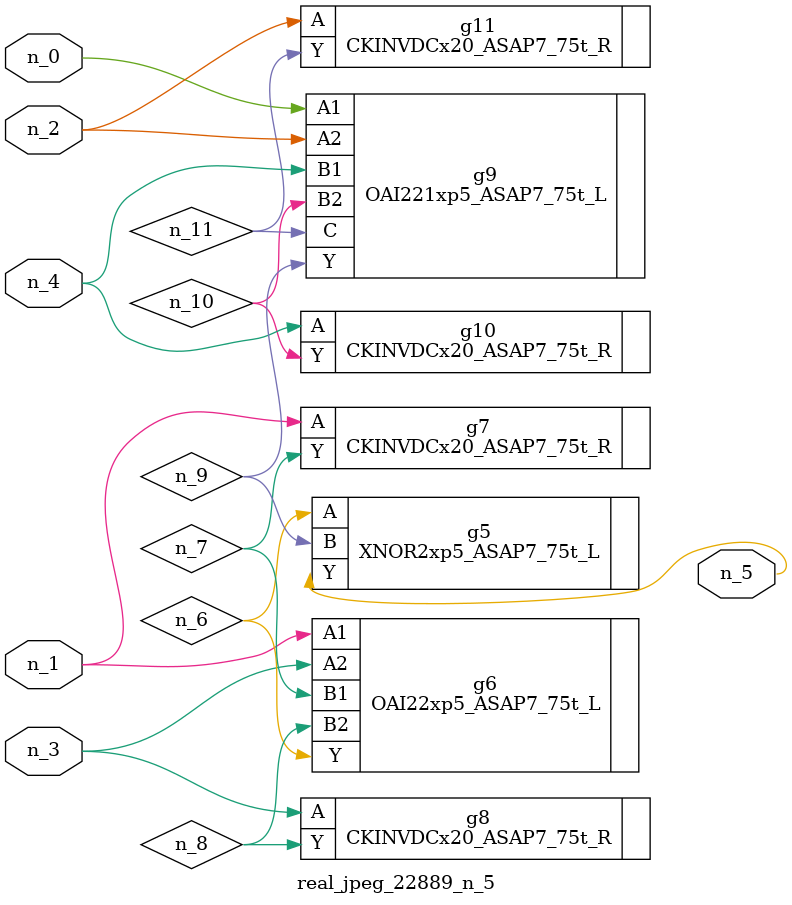
<source format=v>
module real_jpeg_22889_n_5 (n_4, n_0, n_1, n_2, n_3, n_5);

input n_4;
input n_0;
input n_1;
input n_2;
input n_3;

output n_5;

wire n_8;
wire n_11;
wire n_6;
wire n_7;
wire n_10;
wire n_9;

OAI221xp5_ASAP7_75t_L g9 ( 
.A1(n_0),
.A2(n_2),
.B1(n_4),
.B2(n_10),
.C(n_11),
.Y(n_9)
);

OAI22xp5_ASAP7_75t_L g6 ( 
.A1(n_1),
.A2(n_3),
.B1(n_7),
.B2(n_8),
.Y(n_6)
);

CKINVDCx20_ASAP7_75t_R g7 ( 
.A(n_1),
.Y(n_7)
);

CKINVDCx20_ASAP7_75t_R g11 ( 
.A(n_2),
.Y(n_11)
);

CKINVDCx20_ASAP7_75t_R g8 ( 
.A(n_3),
.Y(n_8)
);

CKINVDCx20_ASAP7_75t_R g10 ( 
.A(n_4),
.Y(n_10)
);

XNOR2xp5_ASAP7_75t_L g5 ( 
.A(n_6),
.B(n_9),
.Y(n_5)
);


endmodule
</source>
